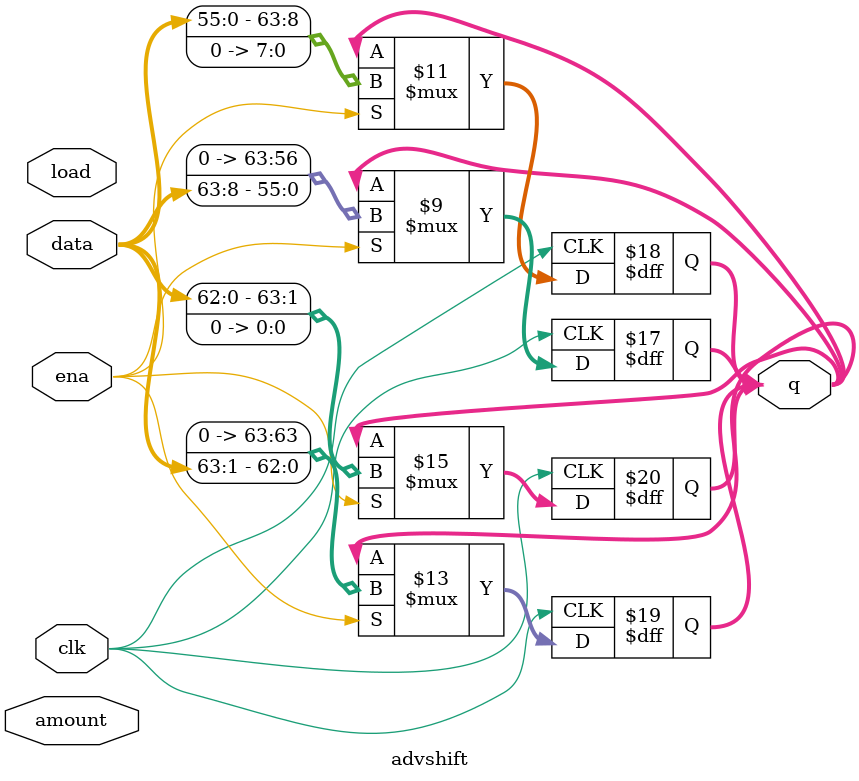
<source format=v>
module advshift(input clk,
input load,
input ena,
input [1:0] amount,
input [63:0] data,
output reg [63:0] q); 
// when load is high, assign data[63:0] to shift register q.
// if ena is high, shift q.
// amount: Chooses which direction and how much to shift.
// 2'b00: shift left by 1 bit.
// 2'b01: shift left by 8 bits.
// 2'b10: shift right by 1 bit.
// 2'b11: shift right by 8 bits.


// Shift left by one bit.
always @(posedge clk) 
    if (ena) q <= data[63:0] << 1;
// Shift right by one bit.
always @(posedge clk) 
    if (ena) q <= data[63:0] >> 1;
// Shift left by 8 bits.
always @(posedge clk) 
    if (ena) q <= data[63:0] << 8;
// Shift right by 8 bits.
always @(posedge clk) 
    if (ena) q <= data[63:0] >> 8;
endmodule

</source>
